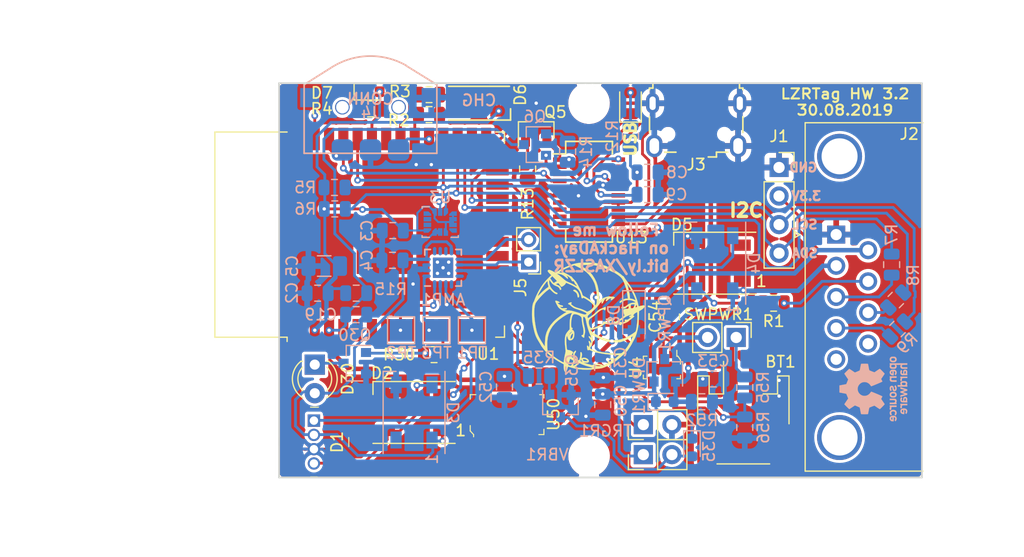
<source format=kicad_pcb>
(kicad_pcb (version 20221018) (generator pcbnew)
  (layers (0 "F.Cu" signal) (31 "B.Cu" signal) (34 "B.Paste" user) (35 "F.Paste" user) (36 "B.SilkS" user "B.Silkscreen") (37 "F.SilkS" user "F.Silkscreen") (38 "B.Mask" user) (39 "F.Mask" user) (44 "Edge.Cuts" user))
  (net 0 "")
  (net 1 "Net-(Q35-Pad1)")
  (net 2 "/USB Connection/Charge_EN")
  (net 3 "GND")
  (net 4 "/USB Connection/+5V_USB")
  (net 5 "+3V3")
  (net 6 "/RESET")
  (net 7 "Net-(DUSB1-Pad2)")
  (net 8 "/USB Connection/USB3.3")
  (net 9 "Net-(Q30-Pad1)")
  (net 10 "/PowerHandling/B_Raw+")
  (net 11 "Net-(U1-Pad4)")
  (net 12 "Net-(U1-Pad5)")
  (net 13 "Net-(U1-Pad6)")
  (net 14 "Net-(U1-Pad7)")
  (net 15 "Net-(U1-Pad14)")
  (net 16 "Net-(U1-Pad17)")
  (net 17 "Net-(U1-Pad18)")
  (net 18 "Net-(U1-Pad19)")
  (net 19 "Net-(U1-Pad20)")
  (net 20 "Net-(U1-Pad21)")
  (net 21 "Net-(U1-Pad22)")
  (net 22 "/GPIO0")
  (net 23 "Net-(U1-Pad32)")
  (net 24 "/U>E")
  (net 25 "/E>U")
  (net 26 "+BATT")
  (net 27 "Net-(D35-Pad2)")
  (net 28 "Net-(D30-Pad1)")
  (net 29 "Net-(DUSB1-Pad1)")
  (net 30 "Net-(D2-Pad2)")
  (net 31 "Net-(D3-Pad2)")
  (net 32 "Net-(D5-Pad2)")
  (net 33 "Net-(J2-Pad5)")
  (net 34 "Net-(J2-Pad9)")
  (net 35 "/AUDIO")
  (net 36 "/LED_1")
  (net 37 "/LED_2")
  (net 38 "/V_SENSE")
  (net 39 "/VBRT")
  (net 40 "/TRIGGER")
  (net 41 "Net-(D6-Pad4)")
  (net 42 "Net-(D6-Pad3)")
  (net 43 "Net-(D7-Pad1)")
  (net 44 "/IR_OUT")
  (net 45 "/IR_IN")
  (net 46 "/CONN_IND")
  (net 47 "/CHG_G")
  (net 48 "/CHG_R")
  (net 49 "/CHG_STAT")
  (net 50 "Net-(QPWR1-Pad3)")
  (net 51 "/BCLK")
  (net 52 "/LRCLK")
  (net 53 "SCL")
  (net 54 "SDA")
  (net 55 "Net-(U3-Pad4)")
  (net 56 "Net-(U3-Pad9)")
  (net 57 "Net-(U3-Pad10)")
  (net 58 "Net-(U3-Pad11)")
  (net 59 "Net-(Q5-Pad2)")
  (net 60 "Net-(Q6-Pad1)")
  (net 61 "Net-(Q5-Pad1)")
  (net 62 "Net-(Q6-Pad2)")
  (net 63 "Net-(U13-Pad5)")
  (net 64 "Net-(U13-Pad7)")
  (net 65 "Net-(U13-Pad8)")
  (net 66 "Net-(U13-Pad9)")
  (net 67 "Net-(U13-Pad10)")
  (net 68 "Net-(J3-Pad3)")
  (net 69 "Net-(J3-Pad2)")
  (net 70 "Net-(U13-Pad19)")
  (net 71 "Net-(J3-Pad4)")
  (net 72 "Net-(U4-Pad4)")
  (net 73 "Net-(AMP1-Pad9)")
  (net 74 "Net-(AMP1-Pad10)")
  (net 75 "Net-(D1-Pad4)")
  (net 76 "Net-(AMP1-Pad7)")
  (net 77 "Net-(J2-Pad3)")
  (net 78 "Net-(J2-Pad7)")
  (net 79 "/CTRL_BACK")
  (net 80 "/CTRL_FWD")
  (net 81 "/CTRL_DOWN")
  (net 82 "Net-(U50-Pad2)")
  (net 83 "Net-(J2-Pad4)")
  (net 84 "Net-(J2-Pad8)")
  (footprint "Connector_PinHeader_2.54mm:PinHeader_1x02_P2.54mm_Vertical" (layer "F.Cu") (at 95.885 109.601 90)
    (fp_text reference "TRGR1")
    (fp_text value "SW_Push")
  )
  (footprint "MainBoard_Rev2:DragonIcon" (layer "F.Cu") (at 90.7796 99.949)
    (fp_text reference "H6" hide)
    (fp_text value "MountingHole" hide)
  )
  (footprint "MountingHole:MountingHole_3.2mm_M3_DIN965" (layer "F.Cu") (at 91.059 81.026)
    (fp_text reference "H1" hide)
    (fp_text value "MountingHole")
  )
  (footprint "LED_SMD:LED_0603_1608Metric" (layer "F.Cu") (at 71.6535 80.01)
    (fp_text reference "D7")
    (fp_text value "LED")
  )
  (footprint "MountingHole:MountingHole_3.2mm_M3_DIN965" (layer "F.Cu") (at 91.059 112.395)
    (fp_text reference "H2" hide)
    (fp_text value "MountingHole")
  )
  (footprint "LED_SMD:LED_RGB_1210" (layer "F.Cu") (at 81.28 81.026 180)
    (fp_text reference "D6")
    (fp_text value "LED_Dual_AACC")
  )
  (footprint "Connector_PinSocket_2.54mm:PinSocket_1x04_P2.54mm_Vertical" (layer "F.Cu") (at 107.95 86.741)
    (fp_text reference "J1")
    (fp_text value "Conn_01x04_Female")
  )
  (footprint "LED_THT:LED_D3.0mm_IRBlack" (layer "F.Cu") (at 66.675 104.267 -90)
    (fp_text reference "D30")
    (fp_text value "SFH4346")
  )
  (footprint "LED_SMD:LED_WS2812B_PLCC4_5.0x5.0mm_P3.2mm" (layer "F.Cu") (at 75.5015 108.5215 180)
    (fp_text reference "D2")
    (fp_text value "WS2812B")
  )
  (footprint "Connector_PinHeader_2.54mm:PinHeader_1x02_P2.54mm_Vertical" (layer "F.Cu") (at 95.885 112.268 90)
    (fp_text reference "VBR1")
    (fp_text value "Motor_DC_ALT")
  )
  (footprint "Connector_Dsub:DSUB-9_Female_Horizontal_P2.77x2.84mm_EdgePinOffset4.94mm_Housed_MountingHolesOffset7.48mm" (layer "F.Cu") (at 113.03 92.71 90)
    (fp_text reference "J2")
    (fp_text value "DB9_Female")
  )
  (footprint "Connector_PinHeader_2.54mm:PinHeader_1x02_P2.54mm_Vertical" (layer "F.Cu") (at 104.14 101.854 -90)
    (fp_text reference "SWPWR1")
    (fp_text value "SW_SPST")
  )
  (footprint "LED_SMD:LED_WS2812B_PLCC4_5.0x5.0mm_P3.2mm" (layer "F.Cu") (at 102.235 95.25 180)
    (fp_text reference "D5")
    (fp_text value "WS2812B")
  )
  (footprint "Capacitor_SMD:C_0805_2012Metric" (layer "F.Cu") (at 98.3869 100.0252 90)
    (fp_text reference "C54")
    (fp_text value "1uF")
  )
  (footprint "digikey-footprints:SOT-223" (layer "F.Cu") (at 83.7692 108.712)
    (fp_text reference "U50")
    (fp_text value "AP2114H-3_3TRG1")
  )
  (footprint "Package_TO_SOT_SMD:SOT-23" (layer "F.Cu") (at 86.36 83.439 90)
    (fp_text reference "Q5")
    (fp_text value "Q_NPN_BEC")
  )
  (footprint "Package_SO:SSOP-20_3.9x8.7mm_P0.635mm" (layer "F.Cu") (at 91.059 88.9)
    (fp_text reference "U13")
    (fp_text value "FT231XS")
  )
  (footprint "LED_SMD:LED_0805_2012Metric" (layer "F.Cu") (at 94.742 81.026 90)
    (fp_text reference "DUSB1" hide)
    (fp_text value "LED")
  )
  (footprint "Connector_USB:USB_Micro-B_Wuerth_629105150521" (layer "F.Cu") (at 100.584 82.9818 180)
    (fp_text reference "J3")
    (fp_text value "USB_B_Micro")
  )
  (footprint "digikey-footprints:SOT-753" (layer "F.Cu") (at 97.536 104.521 180)
    (fp_text reference "U4")
    (fp_text value "MAX1555EZK_T")
  )
  (footprint "Resistor_SMD:R_0805_2012Metric" (layer "F.Cu") (at 77.2795 103.378)
    (fp_text reference "R30")
    (fp_text value "220")
  )
  (footprint "Resistor_SMD:R_0805_2012Metric" (layer "F.Cu") (at 71.628 81.534)
    (fp_text reference "R4")
    (fp_text value "220")
  )
  (footprint "Resistor_SMD:R_0805_2012Metric" (layer "F.Cu") (at 76.835 80.264 180)
    (fp_text reference "R3")
    (fp_text value "220R")
  )
  (footprint "Resistor_SMD:R_0805_2012Metric" (layer "F.Cu") (at 76.835 82.042 180)
    (fp_text reference "R2")
    (fp_text value "220R")
  )
  (footprint "digikey-footprints:LED_RGB_WP154A4SUREQBFZGC" (layer "F.Cu") (at 66.5988 111.1504 -90)
    (fp_text reference "D1")
    (fp_text value "COM-12999")
  )
  (footprint "Resistor_SMD:R_0805_2012Metric" (layer "F.Cu") (at 107.4674 98.806 180)
    (fp_text reference "R1")
    (fp_text value "220")
  )
  (footprint "Resistor_SMD:R_0805_2012Metric" (layer "F.Cu") (at 85.598 86.868 -90)
    (fp_text reference "R13")
    (fp_text value "R_Small")
  )
  (footprint "Connector_JST:JST_PH_S2B-PH-SM4-TB_1x02-1MP_P2.00mm_Horizontal" (layer "F.Cu") (at 104.775 108.585)
    (fp_text reference "BT1")
    (fp_text value "Battery_Cell")
  )
  (footprint "RF_Module:ESP32-WROOM-32" (layer "F.Cu") (at 73.66 92.71 90)
    (fp_text reference "U1")
    (fp_text value "ESP32-WROOM-32")
  )
  (footprint "Connector_PinHeader_2.00mm:PinHeader_1x02_P2.00mm_Vertical" (layer "F.Cu") (at 85.6869 95.1484 180)
    (fp_text reference "J5")
    (fp_text value "Conn_01x02_Male")
  )
  (footprint "Diode_SMD:D_0603_1608Metric" (layer "B.Cu") (at 100.203 111.633 -90)
    (fp_text reference "D35")
    (fp_text value "D_Schottky")
  )
  (footprint "Package_TO_SOT_SMD:SOT-23" (layer "B.Cu") (at 97.79 104.775 90)
    (fp_text reference "QPWR1")
    (fp_text value "IRLML6402")
  )
  (footprint "Package_TO_SOT_SMD:SOT-23" (layer "B.Cu") (at 88.519 107.95 -90)
    (fp_text reference "Q35")
    (fp_text value "PMBT2222A")
  )
  (footprint "LED_SMD:LED_WS2812B_PLCC4_5.0x5.0mm_P3.2mm" (layer "B.Cu") (at 75.5015 108.5215 90)
    (fp_text reference "D3")
    (fp_text value "WS2812B")
  )
  (footprint "LED_SMD:LED_WS2812B_PLCC4_5.0x5.0mm_P3.2mm" (layer "B.Cu") (at 102.235 95.25 90)
    (fp_text reference "D4")
    (fp_text value "WS2812B")
  )
  (footprint "Symbol:OSHW-Logo_5.7x6mm_SilkScreen" (layer "B.Cu") (at 116.332 106.426 -90)
    (fp_text reference "H4" hide)
    (fp_text value "MountingHole" hide)
  )
  (footprint "Package_LGA:LGA-14_3x2.5mm_P0.5mm_LayoutBorder3x4y" (layer "B.Cu") (at 77.8256 91.5924 180)
    (fp_text reference "U3")
    (fp_text value "LSM6DS3")
  )
  (footprint "Capacitor_SMD:C_0805_2012Metric" (layer "B.Cu") (at 102.108 105.537)
    (fp_text reference "C53")
    (fp_text value "10uF")
  )
  (footprint "Resistor_SMD:R_0805_2012Metric" (layer "B.Cu") (at 70.358 97.917)
    (fp_text reference "R15")
    (fp_text value "R_Small")
  )
  (footprint "Resistor_SMD:R_0805_2012Metric" (layer "B.Cu") (at 89.154 85.344 -90)
    (fp_text reference "R14")
    (fp_text value "R_Small")
  )
  (footprint "Resistor_SMD:R_0805_2012Metric" (layer "B.Cu") (at 94.742 83.947 90)
    (fp_text reference "R12")
    (fp_text value "220")
  )
  (footprint "Package_TO_SOT_SMD:SOT-23" (layer "B.Cu") (at 86.233 84.709 180)
    (fp_text reference "Q6")
    (fp_text value "Q_NPN_BEC")
  )
  (footprint "Capacitor_SMD:C_0805_2012Metric" (layer "B.Cu") (at 70.358 99.822)
    (fp_text reference "C19")
    (fp_text value "100nF")
  )
  (footprint "Resistor_SMD:R_0805_2012Metric" (layer "B.Cu") (at 104.902 109.855 -90)
    (fp_text reference "R56")
    (fp_text value "200k")
  )
  (footprint "Resistor_SMD:R_0805_2012Metric" (layer "B.Cu") (at 104.902 106.299 -90)
    (fp_text reference "R55")
    (fp_text value "100k")
  )
  (footprint "Capacitor_SMD:C_0805_2012Metric" (layer "B.Cu") (at 83.5406 106.2482 -90)
    (fp_text reference "C52")
    (fp_text value "10uF")
  )
  (footprint "Capacitor_SMD:C_0805_2012Metric" (layer "B.Cu") (at 92.274592 107.823 -90)
    (fp_text reference "C50")
    (fp_text value "1uF")
  )
  (footprint "Capacitor_SMD:C_0805_2012Metric" (layer "B.Cu") (at 96.266 87.1728 180)
    (fp_text reference "C8")
    (fp_text value "150nF")
  )
  (footprint "Capacitor_SMD:C_0805_2012Metric" (layer "B.Cu") (at 73.6092 92.3544)
    (fp_text reference "C3")
    (fp_text value "0.1uF")
  )
  (footprint "Resistor_SMD:R_0805_2012Metric" (layer "B.Cu") (at 101.092 107.569)
    (fp_text reference "R52")
    (fp_text value "10k")
  )
  (footprint "Resistor_SMD:R_0805_2012Metric" (layer "B.Cu") (at 68.4275 88.519)
    (fp_text reference "R5")
    (fp_text value "2.2k")
  )
  (footprint "Resistor_SMD:R_0805_2012Metric" (layer "B.Cu") (at 86.614 105.283 180)
    (fp_text reference "R35")
    (fp_text value "2.2k")
  )
  (footprint "Resistor_SMD:R_0805_2012Metric" (layer "B.Cu") (at 68.453 90.424)
    (fp_text reference "R6")
    (fp_text value "2.2k")
  )
  (footprint "Capacitor_SMD:C_0805_2012Metric" (layer "B.Cu") (at 92.2655 104.521 -90)
    (fp_text reference "C31")
    (fp_text value "150nF")
  )
  (footprint "Capacitor_SMD:C_0805_2012Metric" (layer "B.Cu") (at 66.929 97.917 180)
    (fp_text reference "C2")
    (fp_text value "150nF")
  )
  (footprint "Package_DFN_QFN:QFN-16-1EP_3x3mm_P0.5mm_EP2.7x2.7mm_ThermalVias" (layer "B.Cu") (at 78.0796 95.6564)
    (fp_text reference "AMP1")
    (fp_text value "MAX98357A")
  )
  (footprint "Capacitor_SMD:C_0805_2012Metric" (layer "B.Cu") (at 73.5838 94.996 180)
    (fp_text reference "C4")
    (fp_text value "10uF")
  )
  (footprint "Capacitor_SMD:C_0805_2012Metric" (layer "B.Cu") (at 96.266 89.154 180)
    (fp_text reference "C9")
    (fp_text value "10uF")
  )
  (footprint "MainBoard_Rev2:nav_switch_COM_08184" (layer "B.Cu") (at 71.628 81.3816 180)
    (fp_text reference "J4")
    (fp_text value "Conn_01x04_Male")
  )
  (footprint "Diode_SMD:D_SOD-123F" (layer "B.Cu") (at 95.0468 99.8982 -90)
    (fp_text reference "D8")
    (fp_text value "D_Zener_ALT")
  )
  (footprint "Capacitor_SMD:C_1206_3216Metric" (layer "B.Cu") (at 67.5132 95.504)
    (fp_text reference "C5")
    (fp_text value "47uF")
  )
  (footprint "Resistor_SMD:R_0805_2012Metric" (layer "B.Cu") (at 117.9576 95.377 90)
    (fp_text reference "R7")
    (fp_text value "220")
  )
  (footprint "TestPoint:TestPoint_Pad_2.0x2.0mm" (layer "B.Cu") (at 77.4954 101.219)
    (fp_text reference "TP3")
    (fp_text value "TestPoint")
  )
  (footprint "TestPoint:TestPoint_Pad_2.0x2.0mm" (layer "B.Cu") (at 74.3458 101.219)
    (fp_text reference "TP2")
    (fp_text value "TestPoint")
  )
  (footprint "TestPoint:TestPoint_Pad_2.0x2.0mm" (layer "B.Cu") (at 80.645 101.219)
    (fp_text reference "TP1")
    (fp_text value "TestPoint")
  )
  (footprint "Symbol:KiCad-Logo_5mm_SolderMask" (layer "B.Cu") (at 109.4232 106.172 -90)
    (fp_text reference "H3" hide)
    (fp_text value "MountingHole")
  )
  (footprint "Package_TO_SOT_SMD:SOT-23" (layer "B.Cu") (at 70.231 104.14 180)
    (fp_text reference "Q30")
    (fp_text value "PMBT2222A")
  )
  (footprint "Diode_SMD:D_0603_1608Metric" (layer "B.Cu") (at 97.79 107.569)
    (fp_text reference "DPWR1")
    (fp_text value "D_Schottky")
  )
  (footprint "Resistor_SMD:R_0805_2012Metric" (layer "B.Cu") (at 118.4783 101.1047 45)
    (fp_text reference "R9")
    (fp_text value "220")
  )
  (footprint "Resistor_SMD:R_0805_2012Metric" (layer "B.Cu") (at 118.3259 98.5266 45)
    (fp_text reference "R8")
    (fp_text value "220")
  )
  (gr_line (start 63.5 79.248) (end 63.5 114.3) (stroke (width 0.15)) (layer "Edge.Cuts"))
  (gr_line (start 120.65 114.3) (end 120.65 79.248) (stroke (width 0.15)) (layer "Edge.Cuts"))
  (gr_line (start 63.5 114.3) (end 120.65 114.3) (stroke (width 0.15)) (layer "Edge.Cuts"))
  (gr_line (start 120.65 79.248) (end 63.5 79.248) (stroke (width 0.15)) (layer "Edge.Cuts"))
  (gr_text "SCL" (at 110.236 91.821) (layer "B.SilkS") (effects (font (size 0.8 0.8) (thickness 0.2)) (justify mirror)))
  (gr_text "SDA" (at 110.236 94.361) (layer "B.SilkS") (effects (font (size 0.8 0.8) (thickness 0.2)) (justify mirror)))
  (gr_text "Follow me \non HackADay:\nbit.ly/XASLZR" (at 93.0529 93.9038) (layer "B.SilkS") (effects (font (size 1 1) (thickness 0.23)) (justify mirror)))
  (gr_text "GND" (at 110.109 86.741) (layer "B.SilkS") (effects (font (size 0.8 0.8) (thickness 0.2)) (justify mirror)))
  (gr_text "CHG" (at 81.28 80.772) (layer "B.SilkS") (effects (font (size 1 1) (thickness 0.17)) (justify mirror)))
  (gr_text "3.3V\n" (at 110.363 89.281) (layer "B.SilkS") (effects (font (size 0.8 0.8) (thickness 0.2)) (justify mirror)))
  (gr_text "CONN" (at 71.628 80.645) (layer "B.SilkS") (effects (font (size 1 1) (thickness 0.17)) (justify mirror)))
  (gr_text "I2C" (at 105.029 90.551) (layer "F.SilkS") (effects (font (size 1.2 1.2) (thickness 0.3))))
  (gr_text "USB\n" (at 94.742 84.2264 90) (layer "F.SilkS") (effects (font (size 1 1) (thickness 0.25))))
  (gr_text "LZRTag HW 3.2\n30.08.2019" (at 113.8174 80.9244) (layer "F.SilkS") (effects (font (size 0.9 1) (thickness 0.18))))
  (segment (start 87.5285 106.9095) (end 87.569 106.95) (width 0.25) (layer "B.Cu") (net 1))
  (segment (start 87.5285 105.41) (end 87.5285 106.9095) (width 0.25) (layer "B.Cu") (net 1))
  (segment (start 65.820983 111.7854) (end 65.795583 111.8108) (width 0.25) (layer "F.Cu") (net 3))
  (segment (start 93.659 88.5825) (end 92.56874 88.5825) (width 0.25) (layer "F.Cu") (net 3))
  (segment (start 82.915 98.425) (end 82.915 99.125) (width 0.25) (layer "F.Cu") (net 3))
  (segment (start 92.56874 88.5825) (end 92.299107 88.312867) (width 0.25) (layer "F.Cu") (net 3))
  (segment (start 82.915 99.125) (end 83.693 99.903) (width 0.25) (layer "F.Cu") (net 3))
  (segment (start 66.5988 111.7854) (end 65.151 111.7854) (width 0.25) (layer "F.Cu") (net 3))
  (segment (start 66.5988 111.7854) (end 68.4022 111.7854) (width 0.25) (layer "F.Cu") (net 3))
  (segment (start 66.5988 111.7854) (end 65.820983 111.7854) (width 0.25) (layer "F.Cu") (net 3))
  (via (at 92.299107 88.312867) (size 0.6) (drill 0.3) (layers "F.Cu" "B.Cu") (net 3))
  (via (at 77.0382 86.487) (size 0.6) (drill 0.3) (layers "F.Cu" "B.Cu") (net 3))
  (via (at 75.4126 97.1042) (size 0.6) (drill 0.3) (layers "F.Cu" "B.Cu") (net 3))
  (via (at 107.95 105.664) (size 0.6) (drill 0.3) (layers "F.Cu" "B.Cu") (net 3))
  (via (at 90.1192 89.2556) (size 0.6) (drill 0.3) (layers "F.Cu" "B.Cu") (net 3))
  (via (at 107.95 104.8766) (size 0.6) (drill 0.3) (layers "F.Cu" "B.Cu") (net 3))
  (via (at 90.7796 108.8644) (size 0.6) (drill 0.3) (layers "F.Cu" "B.Cu") (net 3))
  (via (at 99.822 92.837) (size 0.6) (drill 0.3) (layers "F.Cu" "B.Cu") (net 3))
  (via (at 86.36 81.026) (size 0.6) (drill 0.3) (layers "F.Cu" "B.Cu") (net 3))
  (via (at 92.329 105.41) (size 0.6) (drill 0.3) (layers "F.Cu" "B.Cu") (net 3))
  (via (at 107.95 107.061) (size 0.6) (drill 0.3) (layers "F.Cu" "B.Cu") (net 3))
  (via (at 78.4098 98.933) (size 0.6) (drill 0.3) (layers "F.Cu" "B.Cu") (net 3))
  (via (at 75.692 86.487) (size 0.6) (drill 0.3) (layers "F.Cu" "B.Cu") (net 3))
  (segment (start 78.4098 98.933) (end 78.4098 98.933) (width 0.25) (layer "B.Cu") (net 3))
  (segment (start 71.2955 99.822) (end 71.883 99.822) (width 0.4) (layer "B.Cu") (net 3))
  (segment (start 65.795583 111.76) (end 65.1256 111.76) (width 0.25) (layer "B.Cu") (net 3))
  (segment (start 77.8296 97.1314) (end 77.8296 97.7564) (width 0.25) (layer "B.Cu") (net 3))
  (segment (start 80.8696 95.9064) (end 81.3308 96.3676) (width 0.25) (layer "B.Cu") (net 3))
  (segment (start 92.299107 88.312867) (end 91.874843 88.312867) (width 0.25) (layer "B.Cu") (net 3))
  (segment (start 102.0295 106.553) (end 103.0455 105.537) (width 0.25) (layer "B.Cu") (net 3))
  (segment (start 65.820983 111.7854) (end 65.795583 111.76) (width 0.25) (layer "B.Cu") (net 3))
  (segment (start 76.6046 95.6564) (end 76.6046 95.9064) (width 0.25) (layer "B.Cu") (net 3))
  (segment (start 77.8296 97.7564) (end 77.841001 97.767801) (width 0.25) (layer "B.Cu") (net 3))
  (segment (start 71.2955 99.822) (end 70.739263 100.378237) (width 0.4) (layer "B.Cu") (net 3))
  (segment (start 102.0295 107.569) (end 102.0295 106.553) (width 0.25) (layer "B.Cu") (net 3))
  (segment (start 70.739263 100.378237) (end 70.739263 100.812337) (width 0.4) (layer "B.Cu") (net 3))
  (segment (start 67.808417 112.2172) (end 68.4784 112.2172) (width 0.25) (layer "B.Cu") (net 3))
  (segment (start 81.3308 96.3676) (end 80.6408 96.3676) (width 0.25) (layer "B.Cu") (net 3))
  (segment (start 71.883 99.822) (end 72.898 98.807) (width 0.4) (layer "B.Cu") (net 3))
  (segment (start 80.6408 96.3676) (end 80.1836 95.9104) (width 0.25) (layer "B.Cu") (net 3))
  (segment (start 77.841001 98.364201) (end 78.4098 98.933) (width 0.25) (layer "B.Cu") (net 3))
  (segment (start 91.874843 88.312867) (end 90.93211 89.2556) (width 0.25) (layer "B.Cu") (net 3))
  (segment (start 70.739263 100.812337) (end 70.2564 101.2952) (width 0.4) (layer "B.Cu") (net 3))
  (segment (start 76.6046 95.4064) (end 76.6046 95.6564) (width 0.25) (layer "B.Cu") (net 3))
  (segment (start 66.5988 111.7854) (end 65.820983 111.7854) (width 0.25) (layer "B.Cu") (net 3))
  (segment (start 77.8256 92.4799) (end 77.3256 92.4799) (width 0.18) (layer "B.Cu") (net 3))
  (segment (start 90.93211 89.2556) (end 90.1192 89.2556) (width 0.25) (layer "B.Cu") (net 3))
  (segment (start 76.6046 95.6564) (end 75.4888 95.6564) (width 0.25) (layer "B.Cu") (net 3))
  (segment (start 77.3256 92.4799) (end 76.5875 93.218) (width 0.18) (layer "B.Cu") (net 3))
  (segment (start 77.841001 97.767801) (end 77.841001 98.364201) (width 0.25) (layer "B.Cu") (net 3))
  (segment (start 76.5875 93.218) (end 76.0476 93.218) (width 0.18) (layer "B.Cu") (net 3))
  (segment (start 66.5988 111.7854) (end 67.376617 111.7854) (width 0.25) (layer "B.Cu") (net 3))
  (segment (start 67.376617 111.7854) (end 67.808417 112.2172) (width 0.25) (layer "B.Cu") (net 3))
  (segment (start 79.5546 95.9064) (end 80.8696 95.9064) (width 0.25) (layer "B.Cu") (net 3))
  (segment (start 101.884 89.1286) (end 101.884 97.887) (width 0.4) (layer "F.Cu") (net 4))
  (segment (start 101.884 83.9818) (end 100.4268 82.5246) (width 0.25) (layer "F.Cu") (net 4))
  (segment (start 101.884 84.8818) (end 101.884 83.9818) (width 0.25) (layer "F.Cu") (net 4))
  (segment (start 99.8855 104.0955) (end 99.8855 104.5845) (width 0.4) (layer "F.Cu") (net 4))
  (segment (start 99.1085 100.6625) (end 99.1085 100.9777) (width 0.4) (layer "F.Cu") (net 4))
  (segment (start 98.486 103.171) (end 98.886 103.171) (width 0.6) (layer "F.Cu") (net 4))
  (segment (start 92.2147 89.2175) (end 92.126496 89.129296) (width 0.25) (layer "F.Cu") (net 4))
  (segment (start 100.4268 82.5246) (end 95.9104 82.5246) (width 0.25) (layer "F.Cu") (net 4))
  (segment (start 91.4908 86.9442) (end 91.4908 88.4936) (width 0.25) (layer "F.Cu") (net 4))
  (segment (start 91.4908 88.4936) (end 92.126496 89.129296) (width 0.25) (layer "F.Cu") (net 4))
  (segment (start 99.1085 100.9777) (end 99.1085 103.3185) (width 0.4) (layer "F.Cu") (net 4))
  (segment (start 95.9104 82.5246) (end 91.4908 86.9442) (width 0.25) (layer "F.Cu") (net 4))
  (segment (start 98.3869 100.9627) (end 99.0935 100.9627) (width 0.25) (layer "F.Cu") (net 4))
  (segment (start 99.1085 103.3185) (end 99.8855 104.0955) (width 0.4) (layer "F.Cu") (net 4))
  (segment (start 99.0935 100.9627) (end 99.1085 100.9777) (width 0.25) (layer "F.Cu") (net 4))
  (segment (start 101.884 97.887) (end 99.1085 100.6625) (width 0.4) (layer "F.Cu") (net 4))
  (segment (start 101.884 84.958) (end 101.884 89.1286) (width 0.4) (layer "F.Cu") (net 4))
  (segment (start 93.659 89.2175) (end 92.2147 89.2175) (width 0.25) (layer "F.Cu") (net 4))
  (via (at 99.8855 104.5845) (size 0.6) (drill 0.3) (layers "F.Cu" "B.Cu") (net 4))
  (via (at 92.126496 89.129296) (size 0.6) (drill 0.3) (layers "F.Cu" "B.Cu") (net 4))
  (segment (start 92.2147 89.2175) (end 92.126496 89.129296) (width 0.25) (layer "B.Cu") (net 4))
  (segment (start 98.5775 107.569) (end 100.3045 107.569) (width 0.4) (layer "B.Cu") (net 4))
  (segment (start 99.8855 104.5845) (end 99.8855 105.4295) (width 0.4) (layer "B.Cu") (net 4))
  (segment (start 99.54 105.775) (end 98.74 105.775) (width 0.4) (layer "B.Cu") (net 4))
  (segment (start 95.3285 89.154) (end 95.265 89.2175) (width 0.25) (layer "B.Cu") (net 4))
  (segment (start 98.74 105.775) (end 98.74 107.4065) (width 0.4) (layer "B.Cu") (net 4))
  (segment (start 95.265 89.2175) (end 92.2147 89.2175) (width 0.25) (layer "B.Cu") (net 4))
  (segment (start 98.74 107.4065) (end 98.5775 107.569) (width 0.4) (layer "B.Cu") (net 4))
  (segment (start 99.8855 105.4295) (end 99.54 105.775) (width 0.4) (layer "B.Cu") (net 4))
  (segment (start 111.506 94.107) (end 109.728 92.329) (width 0.25) (layer "F.Cu") (net 5))
  (segment (start 109.728 92.329) (end 109.728 91.059) (width 0.25) (layer "F.Cu") (net 5))
  (segment (start 114.73863 94.095) (end 114.72663 94.107) (width 0.25) (layer "F.Cu") (net 5))
  (segment (start 87.503 104.013) (end 87.5284 104.0384) (width 0.4) (layer "F.Cu") (net 5))
  (segment (start 83.8731 104.9782) (end 84.8383 104.013) (width 0.4) (layer "F.Cu") (net 5))
  (segment (start 79.610699 105.614699) (end 78.644 104.648) (width 0.4) (layer "F.Cu") (net 5))
  (segment (start 83.03 81.026) (end 83.03 81.726) (width 0.25) (layer "F.Cu") (net 5))
  (segment (start 67.798002 102.743) (end 67.1195 102.743) (width 0.4) (layer "F.Cu") (net 5))
  (segment (start 83.236601 105.614699) (end 79.610699 105.614699) (width 0.4) (layer "F.Cu") (net 5))
  (segment (start 67.1195 102.743) (end 66.675 102.2985) (width 0.4) (layer "F.Cu") (net 5))
  (segment (start 70.866 90.424) (end 70.9168 90.4748) (width 0.25) (layer "F.Cu") (net 5))
  (segment (start 66.675 102.2985) (end 66.675 101.21) (width 0.4) (layer "F.Cu") (net 5))
  (segment (start 83.03 80.326) (end 83.03 81.026) (width 0.25) (layer "F.Cu") (net 5))
  (segment (start 78.644 104.648) (end 69.703002 104.648) (width 0.4) (layer "F.Cu") (net 5))
  (segment (start 109.728 91.059) (end 107.95 89.281) (width 0.25) (layer "F.Cu") (net 5))
  (segment (start 84.8383 104.013) (end 87.503 104.013) (width 0.4) (layer "F.Cu") (net 5))
  (segment (start 91.2495 104.013) (end 93.091 102.1715) (width 0.4) (layer "F.Cu") (net 5))
  (segment (start 87.503 104.013) (end 91.2495 104.013) (width 0.4) (layer "F.Cu") (net 5))
  (segment (start 69.703002 104.648) (end 67.798002 102.743) (width 0.4) (layer "F.Cu") (net 5))
  (segment (start 83.8731 104.9782) (end 83.236601 105.614699) (width 0.4) (layer "F.Cu") (net 5))
  (segment (start 115.87 94.095) (end 114.73863 94.095) (width 0.25) (layer "F.Cu") (net 5))
  (segment (start 67.5155 90.424) (end 70.866 90.424) (width 0.25) (layer "F.Cu") (net 5))
  (segment (start 83.5406 105.3107) (end 83.5406 105.2378) (width 0.25) (layer "F.Cu") (net 5))
  (segment (start 114.72663 94.107) (end 111.506 94.107) (width 0.25) (layer "F.Cu") (net 5))
  (via (at 93.091 102.1715) (size 0.6) (drill 0.3) (layers "F.Cu" "B.Cu") (net 5))
  (via (at 83.03 81.726) (size 0.6) (drill 0.3) (layers "F.Cu" "B.Cu") (net 5))
  (via (at 66.675 101.21) (size 0.6) (drill 0.3) (layers "F.Cu" "B.Cu") (net 5))
  (via (at 67.5155 90.424) (size 0.6) (drill 0.3) (layers "F.Cu" "B.Cu") (net 5))
  (via (at 70.9168 90.4748) (size 0.6) (drill 0.3) (layers "F.Cu" "B.Cu") (net 5))
  (via (at 83.5406 105.3107) (size 0.6) (drill 0.3) (layers "F.Cu" "B.Cu") (net 5))
  (via (at 72.441 80.01) (size 0.6) (drill 0.3) (layers "F.Cu" "B.Cu") (net 5))
  (segment (start 76.8415 90.2208) (end 76.362062 90.2208) (width 0.18) (layer "B.Cu") (net 5))
  (segment (start 82.0166 82.7278) (end 83.0184 81.726) (width 0.25) (layer "B.Cu") (net 5))
  (segment (start 67.564 87.376) (end 66.8782 86.6902) (width 0.25) (layer "B.Cu") (net 5))
  (segment (start 75.7936 92.3424) (end 74.5587 92.3424) (width 0.18) (layer "B.Cu") (net 5))
  (segment (start 72.441 82.2196) (end 72.441 80.01) (width 0.25) (layer "B.Cu") (net 5))
  (segment (start 67.7165 98.425) (end 67.7165 99.822) (width 0.4) (layer "B.Cu") (net 5))
  (segment (start 93.091 99.441) (end 94.488 98.044) (width 0.4) (layer "B.Cu") (net 5))
  (segment (start 67.9195 97.5105) (end 69.215 97.5105) (width 0.25) (layer "B.Cu") (net 5))
  (segment (start 76.6881 92.3424) (end 75.7936 92.3424) (width 0.18) (layer "B.Cu") (net 5))
  (segment (start 75.7936 90.789262) (end 75.7936 92.3424) (width 0.18) (layer "B.Cu") (net 5))
  (segment (start 109.329991 96.156009) (end 109.474 96.012) (width 0.4) (layer "B.Cu") (net 5))
  (segment (start 77.3256 91.264402) (end 77.653598 91.5924) (width 0.18) (layer "B.Cu") (net 5))
  (segment (start 76.362062 90.2208) (end 75.7936 90.789262) (width 0.18) (layer "B.Cu") (net 5))
  (segment (start 77.3256 90.7049) (end 77.3256 91.264402) (width 0.18) (layer "B.Cu") (net 5))
  (segment (start 72.6671 90.4748) (end 73.1751 90.9828) (width 0.25) (layer "B.Cu") (net 5))
  (segment (start 68.5038 96.5202) (end 68.5038 95.343399) (width 0.4) (layer "B.Cu") (net 5))
  (segment (start 94.488 98.044) (end 98.044 98.044) (width 0.4) (layer "B.Cu") (net 5))
  (segment (start 67.7165 100.1685) (end 66.675 101.21) (width 0.4) (layer "B.Cu") (net 5))
  (segment (start 67.7165 99.822) (end 67.7165 100.1685) (width 0.4) (layer "B.Cu") (net 5))
  (segment (start 94.9422 98.4982) (end 94.488 98.044) (width 0.25) (layer "B.Cu") (net 5))
  (segment (start 67.7165 97.3075) (end 67.9195 97.5105) (width 0.25) (layer "B.Cu") (net 5))
  (segment (start 78.3256 91.6512) (end 78.3844 91.5924) (width 0.18) (layer "B.Cu") (net 5))
  (segment (start 66.8782 86.6902) (end 66.8782 83.9724) (width 0.25) (layer "B.Cu") (net 5))
  (segment (start 70.9168 90.4748) (end 72.6671 90.4748) (width 0.25) (layer "B.Cu") (net 5))
  (segment (start 73.1751 90.9828) (end 74.5467 92.3544) (width 0.25) (layer "B.Cu") (net 5))
  (segment (start 67.7165 97.3075) (end 67.7165 98.425) (width 0.25) (layer "B.Cu") (net 5))
  (segment (start 98.044 98.044) (end 99.931991 96.156009) (width 0.4) (layer "B.Cu") (net 5))
  (segment (start 99.931991 96.156009) (end 109.329991 96.156009) (width 0.4) (layer "B.Cu") (net 5))
  (segment (start 109.474 96.012) (end 111.391 94.095) (width 0.4) (layer "B.Cu") (net 5))
  (segment (start 71.9328 82.7278) (end 82.0166 82.7278) (width 0.25) (layer "B.Cu") (net 5))
  (segment (start 77.3256 90.7049) (end 76.8415 90.2208) (width 0.18) (layer "B.Cu") (net 5))
  (segment (start 71.9328 82.7278) (end 72.441 82.2196) (width 0.25) (layer "B.Cu") (net 5))
  (segment (start 67.564 94.403599) (end 67.564 87.376) (width 0.25) (layer "B.Cu") (net 5))
  (segment (start 93.091 102.1715) (end 93.091 99.441) (width 0.4) (layer "B.Cu") (net 5))
  (segment (start 83.0184 81.726) (end 83.03 81.726) (width 0.25) (layer "B.Cu") (net 5))
  (segment (start 66.8782 83.9724) (end 68.1228 82.7278) (width 0.25) (layer "B.Cu") (net 5))
  (segment (start 66.5735 101.1085) (end 66.675 101.21) (width 0.25) (layer "B.Cu") (net 5))
  (segment (start 78.3844 91.5924) (end 78.9631 91.5924) (width 0.18) (layer "B.Cu") (net 5))
  (segment (start 68.5038 95.343399) (end 67.564 94.403599) (width 0.25) (layer "B.Cu") (net 5))
  (segment (start 77.653598 91.5924) (end 78.3844 91.5924) (width 0.18) (layer "B.Cu") (net 5))
  (segment (start 111.391 94.095) (end 115.87 94.095) (width 0.4) (layer "B.Cu") (net 5))
  (segment (start 78.3256 92.4799) (end 78.3256 91.6512) (width 0.18) (layer "B.Cu") (net 5))
  (segment (start 95.0468 98.4982) (end 94.9422 98.4982) (width 0.25) (layer "B.Cu") (net 5))
  (segment (start 78.9631 91.5924) (end 78.9631 91.8424) (width 0.18) (layer "B.Cu") (net 5))
  (segment (start 68.1228 82.7278) (end 71.9328 82.7278) (width 0.25) (layer "B.Cu") (net 5))
  (segment (start 67.7165 97.3075) (end 68.5038 96.5202) (width 0.4) (layer "B.Cu") (net 5))
  (segment (start 78.9631 90.8424) (end 78.9631 91.5924) (width 0.18) (layer "B.Cu") (net 5))
  (segment (start 74.5587 92.3424) (end 74.5467 92.3544) (width 0.18) (layer "B.Cu") (net 5))
  (via (at 67.945 101.21) (size 0.6) (drill 0.3) (layers "F.Cu" "B.Cu") (net 6))
  (segment (start 67.4878 86.0298) (end 67.4878 84.2264) (width 0.25) (layer "B.Cu") (net 6))
  (segment (start 69.4205 99.822) (end 69.4205 100.7595) (width 0.25) (layer "B.Cu") (net 6))
  (segment (start 69.4205 99.822) (end 69.4205 100.5055) (width 0.25) (layer "B.Cu") (net 6))
  (segment (start 70.2056 94.3864) (end 68.45249 92.63329) (width 0.25) (layer "B.Cu") (net 6))
  (segment (start 71.247 97.409) (end 70.2056 96.3676) (width 0.25) (layer "B.Cu") (net 6))
  (segment (start 71.247 98.298) (end 71.247 97.409) (width 0.25) (layer "B.Cu") (net 6))
  (segment (start 84.533 84.709) (end 85.233 84.709) (width 0.25) (layer "B.Cu") (net 6))
  (segment (start 68.97 101.21) (end 67.945 101.21) (width 0.25) (layer "B.Cu") (net 6))
  (segment (start 71.2955 97.947) (end 71.2955 97.917) (width 0.25) (layer "B.Cu") (net 6))
  (segment (start 68.3514 83.3628) (end 82.8294 83.3628) (width 0.25) (layer "B.Cu") (net 6))
  (segment (start 67.4878 84.2264) (end 68.3514 83.3628) (width 0.25) (layer "B.Cu") (net 6))
  (segment (start 68.45249 92.63329) (end 68.45249 86.99449) (width 0.25) (layer "B.Cu") (net 6))
  (segment (start 68.45249 86.99449) (end 67.4878 86.0298) (width 0.25) (layer "B.Cu") (net 6))
  (segment (start 82.8294 83.3628) (end 84.1756 84.709) (width 0.25) (layer "B.Cu") (net 6))
  (segment (start 84.1756 84.709) (end 84.533 84.709) (width 0.25) (layer "B.Cu") (net 6))
  (segment (start 69.4205 100.7595) (end 68.97 101.21) (width 0.25) (layer "B.Cu") (net 6))
  (segment (start 69.4205 99.822) (end 71.2955 97.947) (width 0.25) (layer "B.Cu") (net 6))
  (segment (start 70.2056 96.3676) (end 70.2056 94.3864) (width 0.25) (layer "B.Cu") (net 6))
  (via (at 94.742 80.0885) (size 0.6) (drill 0.3) (layers "F.Cu" "B.Cu") (net 7))
  (segment (start 94.742 83.0095) (end 94.742 80.0885) (width 0.25) (layer "B.Cu") (net 7))
  (segment (start 92.809 89.8525) (end 93.659 89.8525) (width 0.25) (layer "F.Cu") (net 8))
  (segment (start 95.3285 89.3295) (end 94.8055 89.8525) (width 0.25) (layer "F.Cu") (net 8))
  (segment (start 94.8055 89.8525) (end 93.659 89.8525) (width 0.25) (layer "F.Cu") (net 8))
  (segment (start 88.459 87.3125) (end 89.309 87.3125) (width 0.25) (layer "F.Cu") (net 8))
  (segment (start 91.849 89.8525) (end 92.809 89.8525) (width 0.25) (layer "F.Cu") (net 8))
  (segment (start 89.309 87.3125) (end 91.849 89.8525) (width 0.25) (layer "F.Cu") (net 8))
  (segment (start 95.3285 87.1728) (end 95.3285 89.3295) (width 0.25) (layer "F.Cu") (net 8))
  (segment (start 93.659 89.8525) (end 93.659 90.4875) (width 0.25) (layer "F.Cu") (net 8))
  (via (at 95.3285 87.1728) (size 0.6) (drill 0.3) (layers "F.Cu" "B.Cu") (net 8))
  (segment (start 94.742 84.8845) (end 94.742 86.5863) (width 0.25) (layer "B.Cu") (net 8))
  (segment (start 94.742 86.5863) (end 95.3285 87.1728) (width 0.25) (layer "B.Cu") (net 8))
  (via (at 76.492 103.251) (size 0.6) (drill 0.3) (layers "F.Cu" "B.Cu") (net 9))
  (segment (start 76.492 103.251) (end 71.292 103.251) (width 0.25) (layer "B.Cu") (net 9))
  (segment (start 71.292 103.251) (end 71.231 103.19) (width 0.25) (layer "B.Cu") (net 9))
  (segment (start 98.74 105.875) (end 103.635 105.875) (width 0.4) (layer "F.Cu") (net 10))
  (segment (start 103.775 105.735) (end 103.775 102.219) (width 0.4) (layer "F.Cu") (net 10))
  (segment (start 103.635 105.875) (end 103.775 105.735) (width 0.4) (layer "F.Cu") (net 10))
  (segment (start 103.775 102.219) (end 104.14 101.854) (width 0.4) (layer "F.Cu") (net 10))
  (via (at 101.1705 105.537) (size 0.6) (drill 0.3) (layers "F.Cu" "B.Cu") (net 10))
  (segment (start 104.14 101.854) (end 104.14 104.5995) (width 0.25) (layer "B.Cu") (net 10))
  (segment (start 103.505 102.489) (end 104.14 101.854) (width 0.25) (layer "B.Cu") (net 10))
  (segment (start 104.14 104.5995) (end 104.902 105.3615) (width 0.25) (layer "B.Cu") (net 10))
  (segment (start 83.176 84.21) (end 84.947 82.439) (width 0.25) (layer "F.Cu") (net 22))
  (segment (start 84.947 82.439) (end 86.36 82.439) (width 0.25) (layer "F.Cu") (net 22))
  (segment (start 81.915 84.21) (end 83.176 84.21) (width 0.25) (layer "F.Cu") (net 22))
  (segment (start 70.485 84.21) (end 70.485 87.87401) (width 0.25) (layer "F.Cu") (net 24))
  (via (at 93.659 85.977498) (size 0.6) (drill 0.3) (layers "F.Cu" "B.Cu") (net 24))
  (via (at 70.485 87.87401) (size 0.6) (drill 0.3) (layers "F.Cu" "B.Cu") (net 24))
  (segment (start 90.001576 87.87401) (end 91.898088 85.977498) (width 0.25) (layer "B.Cu") (net 24))
  (segment (start 91.898088 85.977498) (end 93.234736 85.977498) (width 0.25) (layer "B.Cu") (net 24))
  (segment (start 70.485 87.87401) (end 90.001576 87.87401) (width 0.25) (layer "B.Cu") (net 24))
  (segment (start 93.234736 85.977498) (end 93.659 85.977498) (width 0.25) (layer "B.Cu") (net 24))
  (segment (start 87.0204 87.249) (end 87.7189 87.9475) (width 0.25) (layer "F.Cu") (net 25))
  (segment (start 87.7189 87.9475) (end 88.459 87.9475) (width 0.25) (layer "F.Cu") (net 25))
  (segment (start 69.215 86.8045) (end 69.215 84.21) (width 0.25) (layer "F.Cu") (net 25))
  (via (at 87.0204 87.249) (size 0.6) (drill 0.3) (layers "F.Cu" "B.Cu") (net 25))
  (via (at 69.215 86.8045) (size 0.6) (drill 0.3) (layers "F.Cu" "B.Cu") (net 25))
  (segment (start 69.6595 87.249) (end 87.0204 87.249) (width 0.25) (layer "B.Cu") (net 25))
  (segment (start 69.215 86.8045) (end 69.6595 87.249) (width 0.25) (layer "B.Cu") (net 25))
  (segment (start 91.0457 106.8855) (end 90.0081 107.9231) (width 0.4) (layer "F.Cu") (net 26))
  (segment (start 78.015 111.035) (end 78.0415 111.0615) (width 0.25) (layer "F.Cu") (net 26))
  (segment (start 92.274592 106.8855) (end 91.0457 106.8855) (width 0.4) (layer "F.Cu") (net 26))
  (segment (start 87.7627 110.1215) (end 78.9515 110.1215) (width 0.3) (layer "F.Cu") (net 26))
  (segment (start 78.015 110.185) (end 78.015 111.035) (width 0.25) (layer "F.Cu") (net 26))
  (segment (start 104.775 97.663) (end 104.775 96.94) (width 0.25) (layer "F.Cu") (net 26))
  (segment (start 78.9515 110.1215) (end 77.9515 110.1215) (width 0.3) (layer "F.Cu") (net 26))
  (segment (start 90.0081 107.9231) (end 86.0692 111.862) (width 0.4) (layer "F.Cu") (net 26))
  (segment (start 104.775 96.94) (end 104.685 96.85) (width 0.25) (layer "F.Cu") (net 26))
  (via (at 92.274592 106.8855) (size 0.6) (drill 0.3) (layers "F.Cu" "B.Cu") (net 26))
  (via (at 78.0415 111.0615) (size 0.6) (drill 0.3) (layers "F.Cu" "B.Cu") (net 26))
  (via (at 104.775 97.663) (size 0.6) (drill 0.3) (layers "F.Cu" "B.Cu") (net 26))
  (segment (start 99.822 99.7585) (end 103.251 99.7585) (width 0.4) (layer "B.Cu") (net 26))
  (segment (start 76.6046 94.9064) (end 76.6046 93.787812) (width 0.25) (layer "B.Cu") (net 26))
  (segment (start 92.274592 106.823447) (end 92.291039 106.807) (width 0.25) (layer "B.Cu") (net 26))
  (segment (start 70.485 112.3315) (end 68.6435 110.49) (width 0.25) (layer "B.Cu") (net 26))
  (segment (start 103.835 97.7) (end 109.6275 97.7) (width 0.4) (layer "B.Cu") (net 26))
  (segment (start 97.0025 106.9085) (end 96.84 106.746) (width 0.4) (layer "B.Cu") (net 26))
  (segment (start 78.80461 93.759645) (end 78.80461 94.1814) (width 0.25) (layer "B.Cu") (net 26))
  (segment (start 100.203 109.093) (end 100.203 110.8455) (width 0.25) (layer "B.Cu") (net 26))
  (segment (start 74.5467 94.488) (end 74.5467 95.288) (width 0.25) (layer "B.Cu") (net 26))
  (segment (start 92.291039 106.807) (end 92.837 106.807) (width 0.25) (layer "B.Cu") (net 26))
  (segment (start 77.165 112.035) (end 76.8685 112.3315) (width 0.25) (layer "B.Cu") (net 26))
  (segment (start 109.6275 97.7) (end 111.8475 95.48) (width 0.4) (layer "B.Cu") (net 26))
  (segment (start 70.2056 102.780398) (end 70.2056 105.2576) (width 0.25) (layer "B.Cu") (net 26))
  (segment (start 66.675 110.49) (end 65.7225 110.49) (width 0.25) (layer "B.Cu") (net 26))
  (segment (start 68.6562 106.807) (end 66.675 106.807) (width 0.25) (layer "B.Cu") (net 26))
  (segment (start 96.84 102.7405) (end 99.822 99.7585) (width 0.4) (layer "B.Cu") (net 26))
  (segment (start 96.762553 106.823447) (end 96.84 106.746) (width 0.4) (layer "B.Cu") (net 26))
  (segment (start 97.0025 107.569) (end 97.0025 108.144) (width 0.25) (layer "B.Cu") (net 26))
  (segment (start 97.22751 108.36901) (end 99.47901 108.36901) (width 0.25) (layer "B.Cu") (net 26))
  (segment (start 99.47901 108.36901) (end 100.203 109.093) (width 0.25) (layer "B.Cu") (net 26))
  (segment (start 74.5236 98.462398) (end 70.2056 102.780398) (width 0.25) (layer "B.Cu") (net 26))
  (segment (start 77.047412 93.345) (end 78.389965 93.345) (width 0.25) (layer "B.Cu") (net 26))
  (segment (start 65.659 106.68) (end 66.675 106.68) (width 0.25) (layer "B.Cu") (net 26))
  (segment (start 96.84 106.746) (end 96.84 105.775) (width 0.4) (layer "B.Cu") (net 26))
  (segment (start 92.274592 106.823447) (end 96.762553 106.823447) (width 0.4) (layer "B.Cu") (net 26))
  (segment (start 76.6046 93.787812) (end 77.047412 93.345) (width 0.25) (layer "B.Cu") (net 26))
  (segment (start 111.8475 95.48) (end 111.89863 95.48) (width 0.4) (layer "B.Cu") (net 26))
  (segment (start 68.6435 110.49) (end 66.675 110.49) (width 0.25) (layer "B.Cu") (net 26))
  (segment (start 70.2056 105.2576) (end 68.6562 106.807) (width 0.25) (layer "B.Cu") (net 26))
  (segment (start 78.0415 111.0615) (end 77.1915 111.0615) (width 0.25) (layer "B.Cu") (net 26))
  (segment (start 104.738 97.7) (end 104.775 97.663) (width 0.25) (layer "B.Cu") (net 26))
  (segment (start 93.726 111.971) (end 94.15 112.395) (width 0.25) (layer "B.Cu") (net 26))
  (segment (start 111.89863 95.48) (end 113.03 95.48) (width 0.4) (layer "B.Cu") (net 26))
  (segment (start 78.80461 94.1814) (end 78.8296 94.1814) (width 0.25) (layer "B.Cu") (net 26))
  (segment (start 64.9605 109.728) (end 64.9605 107.3785) (width 0.25) (layer "B.Cu") (net 26))
  (segment (start 74.5236 95.3111) (end 74.5236 98.462398) (width 0.25) (layer "B.Cu") (net 26))
  (segment (start 65.7225 110.49) (end 64.9605 109.728) (width 0.25) (layer "B.Cu") (net 26))
  (segment (start 74.9651 94.9064) (end 74.5467 94.488) (width 0.3) (layer "B.Cu") (net 26))
  (segment (start 64.9605 107.3785) (end 65.659 106.68) (width 0.25) (layer "B.Cu") (net 26))
  (segment (start 78.389965 93.345) (end 78.80461 93.759645) (width 0.25) (layer "B.Cu") (net 26))
  (segment (start 103.251 99.7585) (end 103.835 99.1745) (width 0.4) (layer "B.Cu") (net 26))
  (segment (start 76.8685 112.3315) (end 70.485 112.3315) (width 0.25) (layer "B.Cu") (net 26))
  (segment (start 103.835 99.1745) (end 103.835 97.7) (width 0.4) (layer "B.Cu") (net 26))
  (segment (start 74.5467 95.288) (end 74.5236 95.3111) (width 0.25) (layer "B.Cu") (net 26))
  (segment (start 92.837 106.807) (end 93.726 107.696) (width 0.25) (layer "B.Cu") (net 26))
  (segment (start 77.165 111.035) (end 77.165 112.035) (width 0.25) (layer "B.Cu") (net 26))
  (segment (start 97.0025 107.569) (end 97.0025 106.9085) (width 0.4) (layer "B.Cu") (net 26))
  (segment (start 77.1915 111.0615) (end 77.165 111.035) (width 0.25) (layer "B.Cu") (net 26))
  (segment (start 97.0025 108.144) (end 97.22751 108.36901) (width 0.25) (layer "B.Cu") (net 26))
  (segment (start 93.726 107.696) (end 93.726 111.971) (width 0.25) (layer "B.Cu") (net 26))
  (segment (start 96.84 105.775) (end 96.84 102.7405) (width 0.4) (layer "B.Cu") (net 26))
  (segment (start 103.835 97.7) (end 104.738 97.7) (width 0.25) (layer "B.Cu") (net 26))
  (segment (start 94.15 112.395) (end 95.25 112.395) (width 0.25) (layer "B.Cu") (net 26))
  (segment (start 76.6046 94.9064) (end 74.9651 94.9064) (width 0.3) (layer "B.Cu") (net 26))
  (segment (start 88.519 108.95) (end 89.169 108.95) (width 0.25) (layer "B.Cu") (net 27))
  (segment (start 89.947 109.728) (end 91.948 109.728) (width 0.25) (layer "B.Cu") (net 27))
  (segment (start 100.1775 112.395) (end 100.203 112.4205) (width 0.25) (layer "B.Cu") (net 27))
  (segment (start 98.298 112.395) (end 100.1775 112.395) (width 0.25) (layer "B.Cu") (net 27))
  (segment (start 91.948 109.728) (end 93.27599 111.05599) (width 0.25) (layer "B.Cu") (net 27))
  (segment (start 89.169 108.95) (end 89.947 109.728) (width 0.25) (layer "B.Cu") (net 27))
  (segment (start 97.122999 113.570001) (end 98.298 112.395) (width 0.25) (layer "B.Cu") (net 27))
  (segment (start 94.520001 113.570001) (end 97.122999 113.570001) (width 0.25) (layer "B.Cu") (net 27))
  (segment (start 93.27599 112.32599) (end 94.520001 113.570001) (width 0.25) (layer "B.Cu") (net 27))
  (segment (start 93.27599 111.05599) (end 93.27599 112.32599) (width 0.25) (layer "B.Cu") (net 27))
  (segment (start 69.231 104.14) (end 68.531 104.14) (width 0.25) (layer "B.Cu") (net 28))
  (segment (start 68.531 104.14) (end 66.675 104.14) (width 0.25) (layer "B.Cu") (net 28))
  (segment (start 94.742 82.7532) (end 90.86579 86.62941) (width 0.25) (layer "F.Cu") (net 29))
  (segment (start 92.8751 87.9475) (end 92.456 87.5284) (width 0.25) (layer "F.Cu") (net 29))
  (segment (start 94.742 81.9635) (end 94.742 82.7532) (width 0.25) (layer "F.Cu") (net 29))
  (segment (start 90.86579 87.510536) (end 90.86579 87.9348) (width 0.25) (layer "F.Cu") (net 29))
  (segment (start 93.659 87.9475) (end 92.8751 87.9475) (width 0.25) (layer "F.Cu") (net 29))
  (segment (start 90.86579 86.62941) (end 90.86579 87.510536) (width 0.25) (layer "F.Cu") (net 29))
  (via (at 92.456 87.5284) (size 0.6) (drill 0.3) (layers "F.Cu" "B.Cu") (net 29))
  (via (at 90.86579 87.9348) (size 0.6) (drill 0.3) (layers "F.Cu" "B.Cu") (net 29))
  (segment (start 91.696454 87.5284) (end 91.290054 87.9348) (width 0.25) (layer "B.Cu") (net 29))
  (segment (start 92.456 87.5284) (end 91.696454 87.5284) (width 0.25) (layer "B.Cu") (net 29))
  (segment (start 91.290054 87.9348) (end 90.86579 87.9348) (width 0.25) (layer "B.Cu") (net 29))
  (segment (start 81.3562 103.1748) (end 79.9465 104.5845) (width 0.25) (layer "F.Cu") (net 30))
  (segment (start 99.785 95.223516) (end 99.822 95.186516) (width 0.25) (layer "F.Cu") (net 30))
  (segment (start 77.964 106.934) (end 77.9515 106.9215) (width 0.25) (layer "F.Cu") (net 30))
  (segment (start 90.6257 103.1748) (end 81.3562 103.1748) (width 0.25) (layer "F.Cu") (net 30))
  (segment (start 78.994 106.934) (end 77.964 106.934) (width 0.25) (layer "F.Cu") (net 30))
  (segment (start 99.785 96.85) (end 99.785 95.223516) (width 0.25) (layer "F.Cu") (net 30))
  (segment (start 92.391 101.4095) (end 90.6257 103.1748) (width 0.25) (layer "F.Cu") (net 30))
  (via (at 78.994 106.934) (size 0.6) (drill 0.3) (layers "F.Cu" "B.Cu") (net 30))
  (via (at 92.391 101.4095) (size 0.6) (drill 0.3) (layers "F.Cu" "B.Cu") (net 30))
  (via (at 99.822 95.186516) (size 0.6) (drill 0.3) (layers "F.Cu" "B.Cu") (net 30))
  (via (at 79.9465 104.5845) (size 0.6) (drill 0.3) (layers "F.Cu" "B.Cu") (net 30))
  (segment (start 100.33 95.631) (end 99.885516 95.186516) (width 0.25) (layer "B.Cu") (net 30))
  (segment (start 99.822 95.186516) (end 97.726516 97.282) (width 0.25) (layer "B.Cu") (net 30))
  (segment (start 97.726516 97.282) (end 94.234 97.282) (width 0.25) (layer "B.Cu") (net 30))
  (segment (start 103.835 94.666) (end 102.87 95.631) (width 0.25) (layer "B.Cu") (net 30))
  (segment (start 102.87 95.631) (end 100.33 95.631) (width 0.25) (layer "B.Cu") (net 30))
  (segment (start 79.646501 104.884499) (end 79.646501 106.281499) (width 0.25) (layer "B.Cu") (net 30))
  (segment (start 94.234 97.282) (end 92.391 99.125) (width 0.25) (layer "B.Cu") (net 30))
  (segment (start 79.646501 106.281499) (end 78.994 106.934) (width 0.25) (layer "B.Cu") (net 30))
  (segment (start 79.9465 104.5845) (end 79.646501 104.884499) (width 0.25) (layer "B.Cu") (net 30))
  (segment (start 103.835 92.8) (end 103.835 94.666) (width 0.25) (layer "B.Cu") (net 30))
  (segment (start 99.885516 95.186516) (end 99.822 95.186516) (width 0.25) (layer "B.Cu") (net 30))
  (segment (start 92.391 99.125) (end 92.391 101.4095) (width 0.25) (layer "B.Cu") (net 30))
  (via (at 76.835 101.21) (size 0.6) (drill 0.3) (layers "F.Cu" "B.Cu") (net 35))
  (segment (start 76.835 101.21) (end 76.835 100.66) (width 0.25) (layer "B.Cu") (net 35))
  (segment (start 76.4032 96.6216) (end 76.590999 96.433801) (width 0.25) (layer "B.Cu") (net 35))
  (segment (start 76.4032 100.2282) (end 76.4032 96.6216) (width 0.25) (layer "B.Cu") (net 35))
  (segment (start 76.590999 96.433801) (end 76.6064 96.4184) (width 0.25) (layer "B.Cu") (net 35))
  (segment (start 76.835 100.66) (end 76.4032 100.2282) (width 0.25) (layer "B.Cu") (net 35))
  (segment (start 79.375 102.87) (end 79.9465 103.4415) (width 0.25) (layer "F.Cu") (net 36))
  (segment (start 79.375 101.21) (end 79.375 102.87) (width 0.25) (layer "F.Cu") (net 36))
  (via (at 79.9465 103.4415) (size 0.6) (drill 0.3) (layers "F.Cu" "B.Cu") (net 36))
  (segment (start 79.9465 103.4415) (end 80.571501 104.066501) (width 0.25) (layer "B.Cu") (net 36))
  (segment (start 80.571501 104.066501) (end 80.571501 107.134499) (width 0.25) (layer "B.Cu") (net 36))
  (segment (start 78.486 109.22) (end 66.675 109.22) (width 0.25) (layer "B.Cu") (net 36))
  (segment (start 80.571501 107.134499) (end 78.486 109.22) (width 0.25) (layer "B.Cu") (net 36))
  (segment (start 102.1715 98.806) (end 106.5299 98.806) (width 0.25) (layer "F.Cu") (net 37))
  (via (at 102.1715 98.806) (size 0.6) (drill 0.3) (layers "F.Cu" "B.Cu") (net 37))
  (segment (start 100.635 97.7) (end 101.0655 97.7) (width 0.25) (layer "B.Cu") (net 37))
  (segment (start 101.0655 97.7) (end 102.1715 98.806) (width 0.25) (layer "B.Cu") (net 37))
  (segment (start 101.59999 107.569) (end 102.696991 108.666001) (width 0.25) (layer "F.Cu") (net 38))
  (segment (start 75.83 99.695) (end 82.435002 99.695) (width 0.25) (layer "F.Cu") (net 38))
  (segment (start 96.393 107.569) (end 101.59999 107.569) (width 0.25) (layer "F.Cu") (net 38))
  (segment (start 95.123 102.7938) (end 95.123 106.299) (width 0.25) (layer "F.Cu") (net 38))
  (segment (start 75.565 101.21) (end 75.565 99.96) (width 0.25) (layer "F.Cu") (net 38))
  (segment (start 90.2716 102.3112) (end 91.798301 100.784499) (width 0.25) (layer "F.Cu") (net 38))
  (segment (start 91.798301 100.784499) (end 93.113699 100.784499) (width 0.25) (layer "F.Cu") (net 38))
  (segment (start 82.435002 99.695) (end 85.051202 102.3112) (width 0.25) (layer "F.Cu") (net 38))
  (segment (start 75.565 99.96) (end 75.83 99.695) (width 0.25) (layer "F.Cu") (net 38))
  (segment (start 93.113699 100.784499) (end 95.123 102.7938) (width 0.25) (layer "F.Cu") (net 38))
  (segment (start 85.051202 102.3112) (end 90.2716 102.3112) (width 0.25) (layer "F.Cu") (net 38))
  (segment (start 102.696991 108.666001) (end 102.99699 108.966) (width 0.25) (layer "F.Cu") (net 38))
  (segment (start 95.123 106.299) (end 96.393 107.569) (width 0.25) (layer "F.Cu") (net 38))
  (via (at 102.99699 108.966) (size 0.6) (drill 0.3) (layers "F.Cu" "B.Cu") (net 38))
  (segment (start 104.902 108.9175) (end 103.04549 108.9175) (width 0.25) (layer "B.Cu") (net 38))
  (segment (start 103.04549 108.9175) (end 102.99699 108.966) (width 0.25) (layer "B.Cu") (net 38))
  (segment (start 104.902 107.2365) (end 104.902 108.9175) (width 0.25) (layer "B.Cu") (net 38))
  (segment (start 84.165 97.155) (end 84.709 97.699) (width 0.25) (layer "F.Cu") (net 39))
  (segment (start 84.709 97.699) (end 84.709 100.965) (width 0.25) (layer "F.Cu") (net 39))
  (segment (start 82.915 97.155) (end 84.165 97.155) (width 0.25) (layer "F.Cu") (net 39))
  (via (at 84.709 100.965) (size 0.6) (drill 0.3) (layers "F.Cu" "B.Cu") (net 39))
  (segment (start 84.709 100.965) (end 84.709 104.1655) (width 0.25) (layer "B.Cu") (net 39))
  (segment (start 84.709 104.1655) (end 85.9535 105.41) (width 0.25) (layer "B.Cu") (net 39))
  (segment (start 91.694 97.917) (end 91.694 98.297992) (width 0.25) (layer "F.Cu") (net 40))
  (segment (start 93.009999 104.109801) (end 92.71 103.809802) (width 0.25) (layer "F.Cu") (net 40))
  (segment (start 85.1662 89.2662) (end 85.1662 91.3892) (width 0.25) (layer "F.Cu") (net 40))
  (segment (start 82.915 88.265) (end 84.165 88.265) (width 0.25) (layer "F.Cu") (net 40))
  (segment (start 93.726 108.331) (end 93.726 104.825802) (width 0.25) (layer "F.Cu") (net 40))
  (segment (start 85.1662 91.3892) (end 91.694 97.917) (width 0.25) (layer "F.Cu") (net 40))
  (segment (start 93.726 104.825802) (end 93.009999 104.109801) (width 0.25) (layer "F.Cu") (net 40))
  (segment (start 84.165 88.265) (end 85.1662 89.2662) (width 0.25) (layer "F.Cu") (net 40))
  (segment (start 95.25 109.855) (end 93.726 108.331) (width 0.25) (layer "F.Cu") (net 40))
  (via (at 91.694 98.297992) (size 0.6) (drill 0.3) (layers "F.Cu" "B.Cu") (net 40))
  (via (at 92.71 103.809802) (size 0.6) (drill 0.3) (layers "F.Cu" "B.Cu") (net 40))
  (segment (start 91.694 102.793802) (end 92.410001 103.509803) (width 0.25) (layer "B.Cu") (net 40))
  (segment (start 91.694 98.297992) (end 91.694 102.793802) (width 0.25) (layer "B.Cu") (net 40))
  (segment (start 92.410001 103.509803) (end 92.71 103.809802) (width 0.25) (layer "B.Cu") (net 40))
  (segment (start 79.53 81.726) (end 78.53 81.726) (width 0.25) (layer "F.Cu") (net 41))
  (segment (start 78.341 81.915) (end 77.6225 81.915) (width 0.25) (layer "F.Cu") (net 41))
  (segment (start 78.53 81.726) (end 78.341 81.915) (width 0.25) (layer "F.Cu") (net 41))
  (segment (start 79.53 80.326) (end 77.6875 80.326) (width 0.25) (layer "F.Cu") (net 42))
  (segment (start 77.6875 80.326) (end 77.6225 80.391) (width 0.25) (layer "F.Cu") (net 42))
  (segment (start 70.866 80.01) (end 70.866 81.5085) (width 0.25) (layer "F.Cu") (net 43))
  (segment (start 70.866 81.5085) (end 70.8405 81.534) (width 0.25) (layer "F.Cu") (net 43))
  (segment (start 78.067 101.248) (end 78.105 101.21) (width 0.25) (layer "F.Cu") (net 44))
  (segment (start 78.067 103.251) (end 78.067 101.248) (width 0.25) (layer "F.Cu") (net 44))
  (segment (start 80.645 89.237736) (end 80.645 89.662) (width 0.25) (layer "F.Cu") (net 45))
  (segment (start 80.645 88.015) (end 80.645 89.237736) (width 0.25) (layer "F.Cu") (net 45))
  (segment (start 82.915 86.995) (end 81.665 86.995) (width 0.25) (layer "F.Cu") (net 45))
  (segment (start 81.665 86.995) (end 80.645 88.015) (width 0.25) (layer "F.Cu") (net 45))
  (via (at 80.645 89.662) (size 0.6) (drill 0.3) (layers "F.Cu" "B.Cu") (net 45))
  (segment (start 109.728 91.821) (end 110.236 91.313) (width 0.25) (layer "B.Cu") (net 45))
  (segment (start 105.791 91.44) (end 106.172 91.821) (width 0.25) (layer "B.Cu") (net 45))
  (segment (start 93.472 91.44) (end 105.791 91.44) (width 0.25) (layer "B.Cu") (net 45))
  (segment (start 109.728 94.742) (end 109.728 91.821) (width 0.25) (layer "B.Cu") (net 45))
  (segment (start 80.645 89.662) (end 86.106 89.662) (width 0.25) (layer "B.Cu") (net 45))
  (segment (start 106.172 91.821) (end 106.172 94.742) (width 0.25) (layer "B.Cu") (net 45))
  (segment (start 108.839 95.631) (end 109.728 94.742) (width 0.25) (layer "B.Cu") (net 45))
  (segment (start 117.9576 92.6592) (end 117.9576 94.4395) (width 0.25) (layer "B.Cu") (net 45))
  (segment (start 88.4555 92.0115) (end 92.9005 92.0115) (width 0.25) (layer "B.Cu") (net 45))
  (segment (start 86.106 89.662) (end 88.4555 92.0115) (width 0.25) (layer "B.Cu") (net 45))
  (segment (start 107.061 95.631) (end 108.839 95.631) (width 0.25) (layer "B.Cu") (net 45))
  (segment (start 116.6114 91.313) (end 117.9576 92.6592) (width 0.25) (layer "B.Cu") (net 45))
  (segment (start 110.236 91.313) (end 116.6114 91.313) (width 0.25) (layer "B.Cu") (net 45))
  (segment (start 92.9005 92.0115) (end 93.472 91.44) (width 0.25) (layer "B.Cu") (net 45))
  (segment (start 106.172 94.742) (end 107.061 95.631) (width 0.25) (layer "B.Cu") (net 45))
  (segment (start 72.4155 81.534) (end 72.4155 82.109) (width 0.25) (layer "F.Cu") (net 46))
  (segment (start 71.755 82.7695) (end 71.755 82.96) (width 0.25) (layer "F.Cu") (net 46))
  (segment (start 71.755 82.96) (end 71.755 84.21) (width 0.25) (layer "F.Cu") (net 46))
  (segment (start 72.4155 82.109) (end 71.755 82.7695) (width 0.25) (layer "F.Cu") (net 46))
  (segment (start 75.8975 80.264) (end 75.078001 81.083499) (width 0.2) (layer "F.Cu") (net 47))
  (segment (start 75.078001 82.176999) (end 74.295 82.96) (width 0.2) (layer "F.Cu") (net 47))
  (segment (start 76.0475 80.391) (end 75.51 80.391) (width 0.25) (layer "F.Cu") (net 47))
  (segment (start 75.078001 81.083499) (end 75.078001 82.176999) (width 0.2) (layer "F.Cu") (net 47))
  (segment (start 74.295 82.96) (end 74.295 84.21) (width 0.25) (layer "F.Cu") (net 47))
  (segment (start 76.0475 81.915) (end 75.565 82.3975) (width 0.25) (layer "F.Cu") (net 48))
  (segment (start 75.565 82.3975) (end 75.565 84.21) (width 0.25) (layer "F.Cu") (net 48))
  (segment (start 96.42099 97.76201) (end 97.536 96.647) (width 0.25) (layer "F.Cu") (net 49))
  (segment (start 97.536 92.456) (end 97.155 92.075) (width 0.25) (layer "F.Cu") (net 49))
  (segment (start 96.586 102.396) (end 96.42099 102.23099) (width 0.25) (layer "F.Cu") (net 49))
  (segment (start 80.645 86.106) (end 80.645 84.21) (width 0.25) (layer "F.Cu") (net 49))
  (segment (start 97.536 96.647) (end 97.536 92.456) (width 0.25) (layer "F.Cu") (net 49))
  (segment (start 96.42099 102.23099) (end 96.42099 97.76201) (width 0.25) (layer "F.Cu") (net 49))
  (segment (start 96.586 103.171) (end 96.586 102.396) (width 0.25) (layer "F.Cu") (net 49))
  (segment (start 80.01 90.297) (end 80.01 86.741) (width 0.25) (layer "F.Cu") (net 49))
  (segment (start 80.01 86.741) (end 80.645 86.106) (width 0.25) (layer "F.Cu") (net 49))
  (via (at 80.01 90.297) (size 0.6) (drill 0.3) (layers "F.Cu" "B.Cu") (net 49))
  (via (at 97.155 92.075) (size 0.6) (drill 0.3) (layers "F.Cu" "B.Cu") (net 49))
  (segment (start 88.138 92.583) (end 85.852 90.297) (width 0.25) (layer "B.Cu") (net 49))
  (segment (start 97.155 92.075) (end 96.647 92.583) (width 0.25) (layer "B.Cu") (net 49))
  (segment (start 96.647 92.583) (end 88.138 92.583) (width 0.25) (layer "B.Cu") (net 49))
  (segment (start 85.852 90.297) (end 80.01 90.297) (width 0.25) (layer "B.Cu") (net 49))
  (segment (start 98.806 101.854) (end 97.79 102.87) (width 0.4) (layer "B.Cu") (net 50))
  (segment (start 101.6 101.854) (end 98.806 101.854) (width 0.4) (layer "B.Cu") (net 50))
  (segment (start 97.79 102.87) (end 97.79 103.775) (width 0.4) (layer "B.Cu") (net 50))
  (segment (start 74.295 101.21) (end 74.295 99.96) (width 0.25) (layer "F.Cu") (net 51))
  (segment (start 76.791736 99.009202) (end 77.216 99.009202) (width 0.25) (layer "F.Cu") (net 51))
  (segment (start 74.295 101.21) (end 74.295 101.21) (width 0.25) (layer "F.Cu") (net 51))
  (segment (start 75.245798 99.009202) (end 76.791736 99.009202) (width 0.25) (layer "F.Cu") (net 51))
  (segment (start 74.295 99.96) (end 75.245798 99.009202) (width 0.25) (layer "F.Cu") (net 51))
  (via (at 74.295 101.21) (size 0.6) (drill 0.3) (layers "F.Cu" "B.Cu") (net 51))
  (via (at 77.216 99.009202) (size 0.6) (drill 0.3) (layers "F.Cu" "B.Cu") (net 51))
  (segment (start 77.3296 97.1314) (end 77.3296 98.895602) (width 0.25) (layer "B.Cu") (net 51))
  (segment (start 77.3296 98.895602) (end 77.216 99.009202) (width 0.25) (layer "B.Cu") (net 51))
  (via (at 80.645 101.21) (size 0.6) (drill 0.3) (layers "F.Cu" "B.Cu") (net 52))
  (segment (start 78.3296 97.8876) (end 78.3296 97.1314) (width 0.25) (layer "B.Cu") (net 52))
  (segment (start 80.645 100.203) (end 78.3296 97.8876) (width 0.25) (layer "B.Cu") (net 52))
  (segment (start 80.645 101.21) (end 80.645 100.203) (width 0.25) (layer "B.Cu") (net 52))
  (segment (start 78.105 89.4096) (end 77.7356 89.779) (width 0.18) (layer "F.Cu") (net 53))
  (segment (start 78.105 88.519) (end 78.105 89.4096) (width 0.18) (layer "F.Cu") (net 53))
  (segment (start 78.105 88.519) (end 78.105 84.21) (width 0.25) (layer "F.Cu") (net 53))
  (via (at 77.7356 89.779) (size 0.6) (drill 0.3) (layers "F.Cu" "B.Cu") (net 53))
  (via (at 78.105 88.519) (size 0.6) (drill 0.3) (layers "F.Cu" "B.Cu") (net 53))
  (segment (start 86.725599 88.401999) (end 89.0524 90.7288) (width 0.25) (layer "B.Cu") (net 53))
  (segment (start 119.9642 98.337884) (end 120.052548 98.249536) (width 0.25) (layer "B.Cu") (net 53))
  (segment (start 106.426 90.297) (end 92.4814 90.297) (width 0.25) (layer "B.Cu") (net 53))
  (segment (start 78.646265 88.401999) (end 86.725599 88.401999) (width 0.25) (layer "B.Cu") (net 53))
  (segment (start 119.141213 100.441787) (end 119.9642 99.6188) (width 0.25) (layer "B.Cu") (net 53))
  (segment (start 77.7356 89.779) (end 77.8256 89.869) (width 0.18) (layer "B.Cu") (net 53))
  (segment (start 119.9642 92.1766) (end 118.0846 90.297) (width 0.25) (layer "B.Cu") (net 53))
  (segment (start 69.215 88.519) (end 78.105 88.519) (width 0.25) (layer "B.Cu") (net 53))
  (segment (start 109.601 90.297) (end 108.077 91.821) (width 0.25) (layer "B.Cu") (net 53))
  (segment (start 118.0846 90.297) (end 109.601 90.297) (width 0.25) (layer "B.Cu") (net 53))
  (segment (start 119.9642 99.6188) (end 119.9642 98.337884) (width 0.25) (layer "B.Cu") (net 53))
  (segment (start 120.052548 97.778358) (end 119.9642 97.69001) (width 0.25) (layer "B.Cu") (net 53))
  (segment (start 89.0524 90.7288) (end 92.0496 90.7288) (width 0.25) (layer "B.Cu") (net 53))
  (segment (start 119.9642 97.69001) (end 119.9642 92.1766) (width 0.25) (layer "B.Cu") (net 53))
  (segment (start 92.4814 90.297) (end 92.349599 90.428801) (width 0.25) (layer "B.Cu") (net 53))
  (segment (start 78.529264 88.519) (end 78.646265 88.401999) (width 0.25) (layer "B.Cu") (net 53))
  (segment (start 107.95 91.821) (end 106.426 90.297) (width 0.25) (layer "B.Cu") (net 53))
  (segment (start 120.052548 98.249536) (end 120.052548 97.778358) (width 0.25) (layer "B.Cu") (net 53))
  (segment (start 108.077 91.821) (end 107.95 91.821) (width 0.25) (layer "B.Cu") (net 53))
  (segment (start 92.349599 90.428801) (end 92.0496 90.7288) (width 0.25) (layer "B.Cu") (net 53))
  (segment (start 77.8256 89.869) (end 77.8256 90.7049) (width 0.18) (layer "B.Cu") (net 53))
  (segment (start 78.105 88.519) (end 78.529264 88.519) (width 0.25) (layer "B.Cu") (net 53))
  (segment (start 79.375 84.21) (end 79.375 88.9) (width 0.25) (layer "F.Cu") (net 54))
  (segment (start 79.375 88.9) (end 79.248 89.027) (width 0.25) (layer "F.Cu") (net 54))
  (via (at 79.248 89.027) (size 0.6) (drill 0.3) (layers "F.Cu" "B.Cu") (net 54))
  (segment (start 78.395002 89.154) (end 71.247 89.154) (width 0.25) (layer "B.Cu") (net 54))
  (segment (start 119.3546 92.6592) (end 117.5004 90.805) (width 0.25) (layer "B.Cu") (net 54))
  (segment (start 78.3256 90.4509) (end 78.3256 89.223402) (width 0.18) (layer "B.Cu") (net 54))
  (segment (start 79.248 89.027) (end 86.36 89.027) (width 0.25) (layer "B.Cu") (net 54))
  (segment (start 106.68 91.44) (end 106.68 93.091) (width 0.25) (layer "B.Cu") (net 54))
  (segment (start 69.3905 90.424) (end 69.977 90.424) (width 0.25) (layer "B.Cu") (net 54))
  (segment (start 119.3546 98.044) (end 119.3546 92.6592) (width 0.25) (layer "B.Cu") (net 54))
  (segment (start 106.68 93.091) (end 107.95 94.361) (width 0.25) (layer "B.Cu") (net 54))
  (segment (start 86.36 89.027) (end 88.7222 91.3892) (width 0.25) (layer "B.Cu") (net 54))
  (segment (start 93.03301 90.86299) (end 106.10299 90.86299) (width 0.25) (layer "B.Cu") (net 54))
  (segment (start 88.7222 91.3892) (end 91.3384 91.3892) (width 0.25) (layer "B.Cu") (net 54))
  (segment (start 109.22 91.567) (end 109.22 93.091) (width 0.25) (layer "B.Cu") (net 54))
  (segment (start 92.5068 91.3892) (end 93.03301 90.86299) (width 0.25) (layer "B.Cu") (net 54))
  (segment (start 106.10299 90.86299) (end 106.68 91.44) (width 0.25) (layer "B.Cu") (net 54))
  (segment (start 117.5004 90.805) (end 109.982 90.805) (width 0.25) (layer "B.Cu") (net 54))
  (segment (start 78.3256 89.223402) (end 78.522002 89.027) (width 0.18) (layer "B.Cu") (net 54))
  (segment (start 79.248 89.027) (end 78.522002 89.027) (width 0.25) (layer "B.Cu") (net 54))
  (segment (start 109.982 90.805) (end 109.22 91.567) (width 0.25) (layer "B.Cu") (net 54))
  (segment (start 91.3384 91.3892) (end 92.5068 91.3892) (width 0.25) (layer "B.Cu") (net 54))
  (segment (start 71.247 89.154) (end 69.977 90.424) (width 0.25) (layer "B.Cu") (net 54))
  (segment (start 109.22 93.091) (end 107.95 94.361) (width 0.25) (layer "B.Cu") (net 54))
  (segment (start 78.522002 89.027) (end 78.395002 89.154) (width 0.25) (layer "B.Cu") (net 54))
  (segment (start 88.459 86.0425) (end 89.262145 86.0425) (width 0.25) (layer "F.Cu") (net 59))
  (segment (start 88.459 85.588) (end 88.459 86.0425) (width 0.25) (layer "F.Cu") (net 59))
  (segment (start 87.31 84.439) (end 88.459 85.588) (width 0.25) (layer "F.Cu") (net 59))
  (segment (start 89.262145 86.0425) (end 89.277081 86.027564) (width 0.25) (layer "F.Cu") (net 59))
  (via (at 89.277081 86.027564) (size 0.6) (drill 0.3) (layers "F.Cu" "B.Cu") (net 59))
  (segment (start 87.233 83.759) (end 88.5065 83.759) (width 0.25) (layer "B.Cu") (net 60))
  (segment (start 88.5065 83.759) (end 89.154 84.4065) (width 0.25) (layer "B.Cu") (net 60))
  (segment (start 85.598 84.627) (end 85.41 84.439) (width 0.25) (layer "F.Cu") (net 61))
  (segment (start 85.598 85.9305) (end 85.598 84.627) (width 0.25) (layer "F.Cu") (net 61))
  (segment (start 86.154237 87.073763) (end 86.154237 87.249263) (width 0.25) (layer "F.Cu") (net 62))
  (segment (start 86.614 86.614) (end 86.154237 87.073763) (width 0.25) (layer "F.Cu") (net 62))
  (segment (start 88.459 86.6775) (end 87.609 86.6775) (width 0.25) (layer "F.Cu") (net 62))
  (segment (start 87.233 86.3015) (end 87.233 85.659) (width 0.25) (layer "F.Cu") (net 62))
  (segment (start 87.609 86.6775) (end 87.233 86.3015) (width 0.25) (layer "F.Cu") (net 62))
  (segment (start 86.154237 87.249263) (end 85.598 87.8055) (width 0.25) (layer "F.Cu") (net 62))
  (segment (start 87.609 86.6775) (end 87.5455 86.614) (width 0.25) (layer "F.Cu") (net 62))
  (segment (start 87.5455 86.614) (end 86.614 86.614) (width 0.25) (layer "F.Cu") (net 62))
  (via (at 87.233 85.659) (size 0.6) (drill 0.3) (layers "F.Cu" "B.Cu") (net 62))
  (segment (start 100.584 87.249) (end 96.0755 91.7575) (width 0.25) (layer "F.Cu") (net 68))
  (segment (start 94.509 91.7575) (end 93.659 91.7575) (width 0.25) (layer "F.Cu") (net 68))
  (segment (start 100.584 84.8818) (end 100.584 87.249) (width 0.25) (layer "F.Cu") (net 68))
  (segment (start 96.0755 91.7575) (end 94.509 91.7575) (width 0.25) (layer "F.Cu") (net 68))
  (segment (start 100.2594 83.0072) (end 101.234 83.9818) (width 0.25) (layer "F.Cu") (net 69))
  (segment (start 96.6978 83.0072) (end 100.2594 83.0072) (width 0.25) (layer "F.Cu") (net 69))
  (segment (start 96.3676 83.563262) (end 96.3676 83.3374) (width 0.25) (layer "F.Cu") (net 69))
  (segment (start 101.234 83.9818) (end 101.234 84.8818) (width 0.25) (layer "F.Cu") (net 69))
  (segment (start 93.659 91.1225) (end 95.1865 91.1225) (width 0.25) (layer "F.Cu") (net 69))
  (segment (start 96.3676 83.3374) (end 96.6978 83.0072) (width 0.25) (layer "F.Cu") (net 69))
  (segment (start 96.3676 86.100338) (end 95.80899 85.541728) (width 0.25) (layer "F.Cu") (net 69))
  (segment (start 95.80899 84.121872) (end 96.3676 83.563262) (width 0.25) (layer "F.Cu") (net 69))
  (segment (start 96.3676 89.9414) (end 96.3676 86.100338) (width 0.25) (layer "F.Cu") (net 69))
  (segment (start 95.80899 85.541728) (end 95.80899 84.121872) (width 0.25) (layer "F.Cu") (net 69))
  (segment (start 95.1865 91.1225) (end 96.3676 89.9414) (width 0.25) (layer "F.Cu") (net 69))
  (segment (start 79.5546 94.9064) (end 81.9284 94.9064) (width 0.25) (layer "B.Cu") (net 73))
  (segment (start 81.9284 94.9064) (end 83.6864 93.1484) (width 0.25) (layer "B.Cu") (net 73))
  (segment (start 83.6864 93.1484) (end 85.6869 93.1484) (width 0.25) (layer "B.Cu") (net 73))
  (segment (start 83.0453 95.1484) (end 85.6869 95.1484) (width 0.25) (layer "B.Cu") (net 74))
  (segment (start 82.7873 95.4064) (end 83.0453 95.1484) (width 0.25) (layer "B.Cu") (net 74))
  (segment (start 79.5546 95.4064) (end 82.7873 95.4064) (width 0.25) (layer "B.Cu") (net 74))
  (segment (start 73.115 110.185) (end 74.219 110.185) (width 0.25) (layer "F.Cu") (net 75))
  (segment (start 73.115 110.935) (end 73.115 110.185) (width 0.25) (layer "F.Cu") (net 75))
  (segment (start 75.7555 108.6485) (end 75.7555 106.1085) (width 0.25) (layer "F.Cu") (net 75))
  (segment (start 71.02 113.03) (end 73.115 110.935) (width 0.25) (layer "F.Cu") (net 75))
  (segment (start 66.675 113.03) (end 71.02 113.03) (width 0.25) (layer "F.Cu") (net 75))
  (segment (start 74.219 110.185) (end 75.7555 108.6485) (width 0.25) (layer "F.Cu") (net 75))
  (via (at 75.7555 106.1085) (size 0.6) (drill 0.3) (layers "F.Cu" "B.Cu") (net 75))
  (segment (start 75.7555 106.1085) (end 77.1385 106.1085) (width 0.25) (layer "B.Cu") (net 75))
  (segment (start 77.1385 106.1085) (end 77.165 106.135) (width 0.25) (layer "B.Cu") (net 75))
  (segment (start 117.9576 97.1296) (end 117.9576 96.3145) (width 0.25) (layer "B.Cu") (net 77))
  (segment (start 116.8372 98.25) (end 117.9576 97.1296) (width 0.25) (layer "B.Cu") (net 77))
  (segment (start 113.03 98.25) (end 116.8372 98.25) (width 0.25) (layer "B.Cu") (net 77))
  (via (at 108.4049 98.806) (size 0.6) (drill 0.3) (layers "F.Cu" "B.Cu") (net 78))
  (segment (start 108.4049 98.806) (end 109.8296 98.806) (width 0.25) (layer "B.Cu") (net 78))
  (segment (start 111.7706 96.865) (end 115.87 96.865) (width 0.25) (layer "B.Cu") (net 78))
  (segment (start 109.8296 98.806) (end 111.7706 96.865) (width 0.25) (layer "B.Cu") (net 78))
  (via (at 76.835 84.21) (size 0.6) (drill 0.3) (layers "F.Cu" "B.Cu") (net 79))
  (segment (start 74.9218 84.21) (end 74.1534 84.9784) (width 0.25) (layer "B.Cu") (net 79))
  (segment (start 76.835 84.21) (end 74.9218 84.21) (width 0.25) (layer "B.Cu") (net 79))
  (segment (start 67.945 85.065002) (end 68.59 85.710002) (width 0.25) (layer "F.Cu") (net 80))
  (segment (start 67.945 84.21) (end 67.945 85.065002) (width 0.25) (layer "F.Cu") (net 80))
  (via (at 68.59 85.710002) (size 0.6) (drill 0.3) (layers "F.Cu" "B.Cu") (net 80))
  (segment (start 66.675 84.21) (end 66.675 82.96) (width 0.25) (layer "F.Cu") (net 81))
  (segment (start 66.675 82.96) (end 66.675 82.1436) (width 0.25) (layer "F.Cu") (net 81))
  (via (at 66.675 82.1436) (size 0.6) (drill 0.3) (layers "F.Cu" "B.Cu") (net 81))
  (segment (start 66.675 82.1436) (end 66.675 80.75) (width 0.25) (layer "B.Cu") (net 81))
  (segment (start 66.675 80.75) (end 66.2534 80.3284) (width 0.25) (layer "B.Cu") (net 81))
  (segment (start 117.067774 101.02) (end 117.815387 101.767613) (width 0.25) (layer "B.Cu") (net 83))
  (segment (start 113.03 101.02) (end 117.067774 101.02) (width 0.25) (layer "B.Cu") (net 83))
  (segment (start 117.2175 99.635) (end 117.662987 99.189513) (width 0.25) (layer "B.Cu") (net 84))
  (segment (start 115.87 99.635) (end 117.2175 99.635) (width 0.25) (layer "B.Cu") (net 84))
  (zone (net 3) (net_name "GND") (layer "F.Cu") (connect_pads (clearance 0.3)) (min_thickness 0.254) (fill yes (thermal_gap 0.508) (thermal_bridge_width 0.508) (smoothing chamfer))
    (polygon (pts (xy 120.65 79.248) (xy 63.5 79.248) (xy 63.5 114.3) (xy 120.65 114.3) (xy 120.65 113.284) (xy 120.65 112.014)))
  )
  (zone (net 10) (net_name "/PowerHandling/B_Raw+") (layer "F.Cu") (priority 10) (connect_pads yes (clearance 0.1)) (min_thickness 0.1) (fill yes (thermal_gap 0.508) (thermal_bridge_width 0.508))
    (polygon (pts (xy 97.663 104.902) (xy 97.663 106.807) (xy 98.044 107.188) (xy 102.7938 107.188) (xy 103.6574 106.7054) (xy 103.6574 104.9274)))
  )
  (zone (net 3) (net_name "GND") (layer "B.Cu") (connect_pads (clearance 0.25)) (min_thickness 0.254) (fill yes (thermal_gap 0.45) (thermal_bridge_width 0.508) (smoothing chamfer))
    (polygon (pts (xy 120.65 79.248) (xy 63.5 79.248) (xy 63.5 114.3) (xy 120.65 114.3)))
  )
)
</source>
